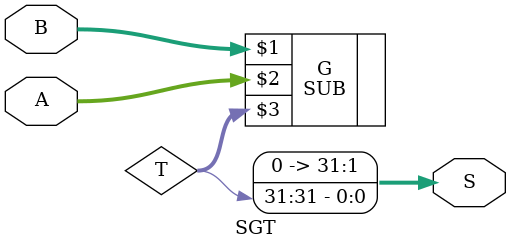
<source format=v>
`timescale 1ns / 1ps


module SGT #(parameter N = 32)
(
    input [N-1:0] A,
    input [N-1:0] B,
    output [N-1:0] S
);
	 wire [N-1:0] T;
	 
	 SUB #(N) G(B, A, T);
	 
	 assign S[0] = T[N-1];
	 assign S[N-1:1] = 31'b0;
	 
endmodule


</source>
